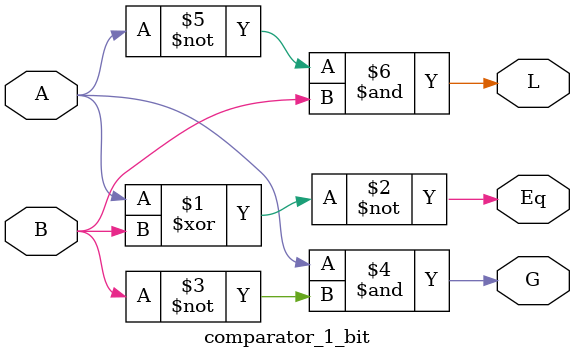
<source format=v>
module comparator_1_bit(A,B,Eq,G,L);
    input A,B;
    output Eq,G,L;

    xnor G1 (Eq,A,B);
    and G2 (G,A,~B),
        G3 (L,~A,B);

endmodule
</source>
